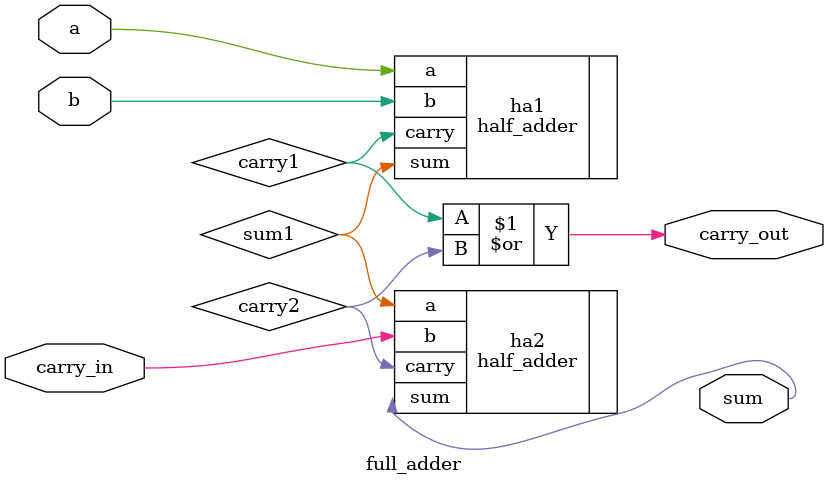
<source format=sv>
`timescale 1ns/1ps

module full_adder (
    input   wire    a,
    input   wire    b,
    input   wire    carry_in,
    output  wire    sum,
    output  wire    carry_out
);
    wire    sum1;
    wire    carry1;
    wire    carry2;

    half_adder ha1 (
        .a(a),
        .b(b),
        .sum(sum1),
        .carry(carry1)
    );

    half_adder ha2 (
        .a(sum1),
        .b(carry_in),
        .sum(sum),
        .carry(carry2)
    );

    assign carry_out = carry1 | carry2;
endmodule

</source>
